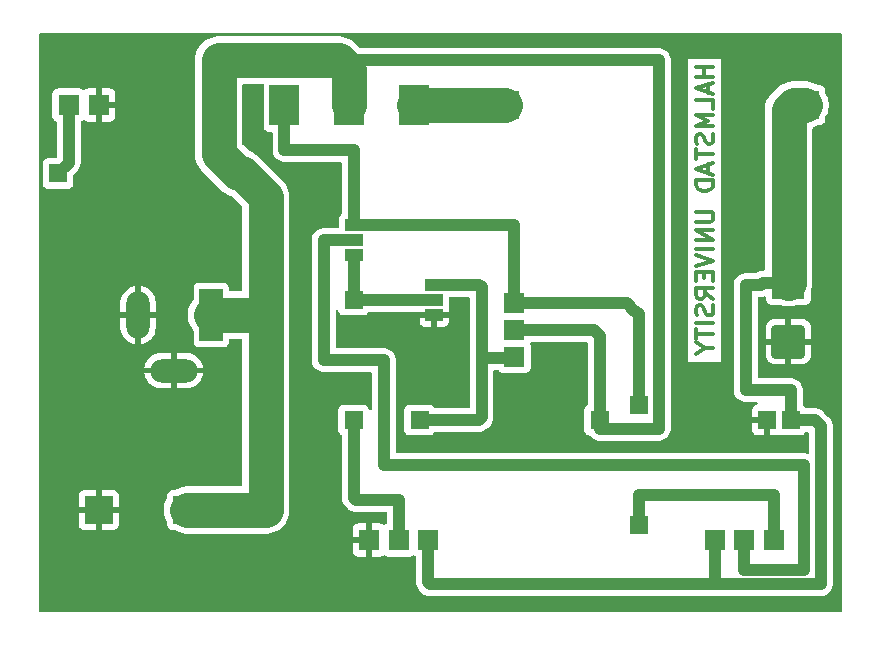
<source format=gbr>
%TF.GenerationSoftware,KiCad,Pcbnew,9.0.1*%
%TF.CreationDate,2025-04-21T17:26:17+02:00*%
%TF.ProjectId,TIP3055VariablePowerSupply,54495033-3035-4355-9661-726961626c65,rev?*%
%TF.SameCoordinates,Original*%
%TF.FileFunction,Copper,L2,Bot*%
%TF.FilePolarity,Positive*%
%FSLAX46Y46*%
G04 Gerber Fmt 4.6, Leading zero omitted, Abs format (unit mm)*
G04 Created by KiCad (PCBNEW 9.0.1) date 2025-04-21 17:26:17*
%MOMM*%
%LPD*%
G01*
G04 APERTURE LIST*
G04 Aperture macros list*
%AMRoundRect*
0 Rectangle with rounded corners*
0 $1 Rounding radius*
0 $2 $3 $4 $5 $6 $7 $8 $9 X,Y pos of 4 corners*
0 Add a 4 corners polygon primitive as box body*
4,1,4,$2,$3,$4,$5,$6,$7,$8,$9,$2,$3,0*
0 Add four circle primitives for the rounded corners*
1,1,$1+$1,$2,$3*
1,1,$1+$1,$4,$5*
1,1,$1+$1,$6,$7*
1,1,$1+$1,$8,$9*
0 Add four rect primitives between the rounded corners*
20,1,$1+$1,$2,$3,$4,$5,0*
20,1,$1+$1,$4,$5,$6,$7,0*
20,1,$1+$1,$6,$7,$8,$9,0*
20,1,$1+$1,$8,$9,$2,$3,0*%
G04 Aperture macros list end*
%ADD10C,0.300000*%
%TA.AperFunction,NonConductor*%
%ADD11C,0.300000*%
%TD*%
%TA.AperFunction,ComponentPad*%
%ADD12R,1.800000X1.800000*%
%TD*%
%TA.AperFunction,ComponentPad*%
%ADD13R,1.600000X1.600000*%
%TD*%
%TA.AperFunction,ComponentPad*%
%ADD14R,2.400000X2.400000*%
%TD*%
%TA.AperFunction,ComponentPad*%
%ADD15R,2.000000X4.500000*%
%TD*%
%TA.AperFunction,ComponentPad*%
%ADD16O,2.000000X4.000000*%
%TD*%
%TA.AperFunction,ComponentPad*%
%ADD17O,4.000000X2.000000*%
%TD*%
%TA.AperFunction,ComponentPad*%
%ADD18R,1.800000X1.710000*%
%TD*%
%TA.AperFunction,ComponentPad*%
%ADD19R,1.500000X1.050000*%
%TD*%
%TA.AperFunction,ComponentPad*%
%ADD20R,2.500000X3.500000*%
%TD*%
%TA.AperFunction,ComponentPad*%
%ADD21RoundRect,0.250001X1.149999X-1.149999X1.149999X1.149999X-1.149999X1.149999X-1.149999X-1.149999X0*%
%TD*%
%TA.AperFunction,ComponentPad*%
%ADD22R,2.800000X2.800000*%
%TD*%
%TA.AperFunction,Conductor*%
%ADD23C,1.000000*%
%TD*%
%TA.AperFunction,Conductor*%
%ADD24C,3.000000*%
%TD*%
G04 APERTURE END LIST*
D10*
D11*
X163630828Y-65324510D02*
X162130828Y-65324510D01*
X162845114Y-65324510D02*
X162845114Y-66181653D01*
X163630828Y-66181653D02*
X162130828Y-66181653D01*
X163202257Y-66824511D02*
X163202257Y-67538797D01*
X163630828Y-66681654D02*
X162130828Y-67181654D01*
X162130828Y-67181654D02*
X163630828Y-67681654D01*
X163630828Y-68895939D02*
X163630828Y-68181653D01*
X163630828Y-68181653D02*
X162130828Y-68181653D01*
X163630828Y-69395939D02*
X162130828Y-69395939D01*
X162130828Y-69395939D02*
X163202257Y-69895939D01*
X163202257Y-69895939D02*
X162130828Y-70395939D01*
X162130828Y-70395939D02*
X163630828Y-70395939D01*
X163559400Y-71038797D02*
X163630828Y-71253083D01*
X163630828Y-71253083D02*
X163630828Y-71610225D01*
X163630828Y-71610225D02*
X163559400Y-71753083D01*
X163559400Y-71753083D02*
X163487971Y-71824511D01*
X163487971Y-71824511D02*
X163345114Y-71895940D01*
X163345114Y-71895940D02*
X163202257Y-71895940D01*
X163202257Y-71895940D02*
X163059400Y-71824511D01*
X163059400Y-71824511D02*
X162987971Y-71753083D01*
X162987971Y-71753083D02*
X162916542Y-71610225D01*
X162916542Y-71610225D02*
X162845114Y-71324511D01*
X162845114Y-71324511D02*
X162773685Y-71181654D01*
X162773685Y-71181654D02*
X162702257Y-71110225D01*
X162702257Y-71110225D02*
X162559400Y-71038797D01*
X162559400Y-71038797D02*
X162416542Y-71038797D01*
X162416542Y-71038797D02*
X162273685Y-71110225D01*
X162273685Y-71110225D02*
X162202257Y-71181654D01*
X162202257Y-71181654D02*
X162130828Y-71324511D01*
X162130828Y-71324511D02*
X162130828Y-71681654D01*
X162130828Y-71681654D02*
X162202257Y-71895940D01*
X162130828Y-72324511D02*
X162130828Y-73181654D01*
X163630828Y-72753082D02*
X162130828Y-72753082D01*
X163202257Y-73610225D02*
X163202257Y-74324511D01*
X163630828Y-73467368D02*
X162130828Y-73967368D01*
X162130828Y-73967368D02*
X163630828Y-74467368D01*
X163630828Y-74967367D02*
X162130828Y-74967367D01*
X162130828Y-74967367D02*
X162130828Y-75324510D01*
X162130828Y-75324510D02*
X162202257Y-75538796D01*
X162202257Y-75538796D02*
X162345114Y-75681653D01*
X162345114Y-75681653D02*
X162487971Y-75753082D01*
X162487971Y-75753082D02*
X162773685Y-75824510D01*
X162773685Y-75824510D02*
X162987971Y-75824510D01*
X162987971Y-75824510D02*
X163273685Y-75753082D01*
X163273685Y-75753082D02*
X163416542Y-75681653D01*
X163416542Y-75681653D02*
X163559400Y-75538796D01*
X163559400Y-75538796D02*
X163630828Y-75324510D01*
X163630828Y-75324510D02*
X163630828Y-74967367D01*
X162130828Y-77610224D02*
X163345114Y-77610224D01*
X163345114Y-77610224D02*
X163487971Y-77681653D01*
X163487971Y-77681653D02*
X163559400Y-77753082D01*
X163559400Y-77753082D02*
X163630828Y-77895939D01*
X163630828Y-77895939D02*
X163630828Y-78181653D01*
X163630828Y-78181653D02*
X163559400Y-78324510D01*
X163559400Y-78324510D02*
X163487971Y-78395939D01*
X163487971Y-78395939D02*
X163345114Y-78467367D01*
X163345114Y-78467367D02*
X162130828Y-78467367D01*
X163630828Y-79181653D02*
X162130828Y-79181653D01*
X162130828Y-79181653D02*
X163630828Y-80038796D01*
X163630828Y-80038796D02*
X162130828Y-80038796D01*
X163630828Y-80753082D02*
X162130828Y-80753082D01*
X162130828Y-81253083D02*
X163630828Y-81753083D01*
X163630828Y-81753083D02*
X162130828Y-82253083D01*
X162845114Y-82753082D02*
X162845114Y-83253082D01*
X163630828Y-83467368D02*
X163630828Y-82753082D01*
X163630828Y-82753082D02*
X162130828Y-82753082D01*
X162130828Y-82753082D02*
X162130828Y-83467368D01*
X163630828Y-84967368D02*
X162916542Y-84467368D01*
X163630828Y-84110225D02*
X162130828Y-84110225D01*
X162130828Y-84110225D02*
X162130828Y-84681654D01*
X162130828Y-84681654D02*
X162202257Y-84824511D01*
X162202257Y-84824511D02*
X162273685Y-84895940D01*
X162273685Y-84895940D02*
X162416542Y-84967368D01*
X162416542Y-84967368D02*
X162630828Y-84967368D01*
X162630828Y-84967368D02*
X162773685Y-84895940D01*
X162773685Y-84895940D02*
X162845114Y-84824511D01*
X162845114Y-84824511D02*
X162916542Y-84681654D01*
X162916542Y-84681654D02*
X162916542Y-84110225D01*
X163559400Y-85538797D02*
X163630828Y-85753083D01*
X163630828Y-85753083D02*
X163630828Y-86110225D01*
X163630828Y-86110225D02*
X163559400Y-86253083D01*
X163559400Y-86253083D02*
X163487971Y-86324511D01*
X163487971Y-86324511D02*
X163345114Y-86395940D01*
X163345114Y-86395940D02*
X163202257Y-86395940D01*
X163202257Y-86395940D02*
X163059400Y-86324511D01*
X163059400Y-86324511D02*
X162987971Y-86253083D01*
X162987971Y-86253083D02*
X162916542Y-86110225D01*
X162916542Y-86110225D02*
X162845114Y-85824511D01*
X162845114Y-85824511D02*
X162773685Y-85681654D01*
X162773685Y-85681654D02*
X162702257Y-85610225D01*
X162702257Y-85610225D02*
X162559400Y-85538797D01*
X162559400Y-85538797D02*
X162416542Y-85538797D01*
X162416542Y-85538797D02*
X162273685Y-85610225D01*
X162273685Y-85610225D02*
X162202257Y-85681654D01*
X162202257Y-85681654D02*
X162130828Y-85824511D01*
X162130828Y-85824511D02*
X162130828Y-86181654D01*
X162130828Y-86181654D02*
X162202257Y-86395940D01*
X163630828Y-87038796D02*
X162130828Y-87038796D01*
X162130828Y-87538797D02*
X162130828Y-88395940D01*
X163630828Y-87967368D02*
X162130828Y-87967368D01*
X162916542Y-89181654D02*
X163630828Y-89181654D01*
X162130828Y-88681654D02*
X162916542Y-89181654D01*
X162916542Y-89181654D02*
X162130828Y-89681654D01*
D12*
%TO.P,RV1,3,3*%
%TO.N,Net-(R3-Pad2)*%
X168732755Y-105410000D03*
%TO.P,RV1,2,2*%
%TO.N,Net-(Q2-B)*%
X166232755Y-105410000D03*
%TO.P,RV1,1,1*%
%TO.N,Net-(J2-Pin_2)*%
X163732755Y-105410000D03*
%TD*%
%TO.P,RV2,3,3*%
%TO.N,Net-(J2-Pin_2)*%
X139482755Y-105410000D03*
%TO.P,RV2,2,2*%
%TO.N,Net-(R4-Pad2)*%
X136982755Y-105410000D03*
%TO.P,RV2,1,1*%
%TO.N,GND*%
X134482755Y-105410000D03*
%TD*%
D13*
%TO.P,R3,1*%
%TO.N,Net-(Q1-E)*%
X157302755Y-93980000D03*
%TO.P,R3,2*%
%TO.N,Net-(R3-Pad2)*%
X157302755Y-104140000D03*
%TD*%
%TO.P,R2,1*%
%TO.N,+24V*%
X154000000Y-95250000D03*
%TO.P,R2,2*%
%TO.N,Net-(Q1-B)*%
X138760000Y-95250000D03*
%TD*%
%TO.P,R1,2*%
%TO.N,Net-(D1-A)*%
X108142755Y-74370000D03*
%TO.P,R1,1*%
%TO.N,+24V*%
X123382755Y-74370000D03*
%TD*%
D14*
%TO.P,C1,1*%
%TO.N,+24V*%
X119082755Y-102870000D03*
%TO.P,C1,2*%
%TO.N,GND*%
X111582755Y-102870000D03*
%TD*%
D15*
%TO.P,J1,1*%
%TO.N,+24V*%
X121122755Y-86360000D03*
D16*
%TO.P,J1,2*%
%TO.N,GND*%
X114922755Y-86360000D03*
D17*
%TO.P,J1,3*%
X117922755Y-91060000D03*
%TD*%
D18*
%TO.P,Q1,3,B*%
%TO.N,Net-(Q1-B)*%
X146767755Y-89915000D03*
%TO.P,Q1,2,C*%
%TO.N,+24V*%
X146767755Y-87635000D03*
%TO.P,Q1,1,E*%
%TO.N,Net-(Q1-E)*%
X146767755Y-85355000D03*
%TD*%
D19*
%TO.P,Q2,3,C*%
%TO.N,Net-(Q2-C)*%
X133172755Y-81280000D03*
%TO.P,Q2,2,B*%
%TO.N,Net-(Q2-B)*%
X133172755Y-80010000D03*
%TO.P,Q2,1,E*%
%TO.N,Net-(Q1-E)*%
X133172755Y-78740000D03*
%TD*%
D20*
%TO.P,Q4,3,E*%
%TO.N,Net-(Q4-E)*%
X138252755Y-68580000D03*
%TO.P,Q4,2,C*%
%TO.N,+24V*%
X132777755Y-68580000D03*
%TO.P,Q4,1,B*%
%TO.N,Net-(Q1-E)*%
X127302755Y-68580000D03*
%TD*%
D14*
%TO.P,R5,2*%
%TO.N,Net-(J2-Pin_2)*%
X171400000Y-68580000D03*
%TO.P,R5,1*%
%TO.N,Net-(Q4-E)*%
X146000000Y-68580000D03*
%TD*%
D13*
%TO.P,C2,2*%
%TO.N,GND*%
X168180000Y-95250000D03*
%TO.P,C2,1*%
%TO.N,Net-(J2-Pin_2)*%
X170180000Y-95250000D03*
%TD*%
D19*
%TO.P,Q3,3,C*%
%TO.N,Net-(Q1-B)*%
X140000000Y-83820000D03*
%TO.P,Q3,2,B*%
%TO.N,Net-(Q2-C)*%
X140000000Y-85090000D03*
%TO.P,Q3,1,E*%
%TO.N,GND*%
X140000000Y-86360000D03*
%TD*%
D12*
%TO.P,D1,2,A*%
%TO.N,Net-(D1-A)*%
X109042755Y-68580000D03*
%TO.P,D1,1,K*%
%TO.N,GND*%
X111582755Y-68580000D03*
%TD*%
D13*
%TO.P,R4,2*%
%TO.N,Net-(R4-Pad2)*%
X133172755Y-95250000D03*
%TO.P,R4,1*%
%TO.N,Net-(Q2-C)*%
X133172755Y-85090000D03*
%TD*%
D21*
%TO.P,J2,1,Pin_1*%
%TO.N,GND*%
X169970255Y-88610000D03*
D22*
%TO.P,J2,2,Pin_2*%
%TO.N,Net-(J2-Pin_2)*%
X169970255Y-83610000D03*
%TD*%
D23*
%TO.N,Net-(J2-Pin_2)*%
X167850000Y-83610000D02*
X169970255Y-83610000D01*
X167640000Y-83820000D02*
X167850000Y-83610000D01*
X166370000Y-83820000D02*
X167640000Y-83820000D01*
X170180000Y-92710000D02*
X166370000Y-92710000D01*
X166370000Y-92710000D02*
X166370000Y-83820000D01*
X170180000Y-95250000D02*
X170180000Y-92710000D01*
X172720000Y-95742490D02*
X172227510Y-95250000D01*
X172227510Y-95250000D02*
X170180000Y-95250000D01*
X172720000Y-109151000D02*
X172720000Y-95742490D01*
X164000000Y-109151000D02*
X172720000Y-109151000D01*
D24*
%TO.N,Net-(Q4-E)*%
X138252755Y-68580000D02*
X146000000Y-68580000D01*
D23*
%TO.N,Net-(Q1-E)*%
X156942755Y-86000000D02*
X157000000Y-86000000D01*
X157000000Y-86000000D02*
X157302755Y-86302755D01*
X157302755Y-86302755D02*
X157302755Y-93980000D01*
X156297755Y-85355000D02*
X156942755Y-86000000D01*
X146767755Y-85355000D02*
X156297755Y-85355000D01*
%TO.N,+24V*%
X154000000Y-96000000D02*
X159000000Y-96000000D01*
X159000000Y-96000000D02*
X159000000Y-64770000D01*
X159000000Y-64770000D02*
X131902755Y-64770000D01*
X154000000Y-95250000D02*
X154000000Y-96000000D01*
X154000000Y-88137245D02*
X154000000Y-95250000D01*
X153492755Y-87630000D02*
X154000000Y-88137245D01*
%TO.N,Net-(Q1-B)*%
X144000000Y-95000000D02*
X144000000Y-90000000D01*
X143750000Y-95250000D02*
X144000000Y-95000000D01*
%TO.N,+24V*%
X152232755Y-87630000D02*
X153492755Y-87630000D01*
%TO.N,Net-(Q1-B)*%
X138760000Y-95250000D02*
X143750000Y-95250000D01*
%TO.N,+24V*%
X146767755Y-87635000D02*
X152227755Y-87635000D01*
X152227755Y-87635000D02*
X152232755Y-87630000D01*
%TO.N,Net-(Q1-B)*%
X144000000Y-90000000D02*
X146682755Y-90000000D01*
X144000000Y-84000000D02*
X144000000Y-90000000D01*
X143820000Y-83820000D02*
X144000000Y-84000000D01*
X140000000Y-83820000D02*
X143820000Y-83820000D01*
X146682755Y-90000000D02*
X146767755Y-89915000D01*
%TO.N,Net-(Q2-C)*%
X133172755Y-85090000D02*
X140000000Y-85090000D01*
%TO.N,Net-(J2-Pin_2)*%
X163732755Y-105410000D02*
X163732755Y-108883755D01*
X164000000Y-109151000D02*
X139633755Y-109151000D01*
X163732755Y-108883755D02*
X164000000Y-109151000D01*
%TO.N,Net-(Q2-B)*%
X130632755Y-80010000D02*
X133172755Y-80010000D01*
X171272755Y-99060000D02*
X135712755Y-99060000D01*
X171272755Y-107950000D02*
X171272755Y-99060000D01*
X166232755Y-107950000D02*
X171272755Y-107950000D01*
X135712755Y-99060000D02*
X135712755Y-90170000D01*
X130632755Y-90170000D02*
X130632755Y-80010000D01*
X166232755Y-105410000D02*
X166232755Y-107950000D01*
X135712755Y-90170000D02*
X130632755Y-90170000D01*
%TO.N,Net-(R4-Pad2)*%
X136982755Y-103017245D02*
X136982755Y-105410000D01*
X137000000Y-102000000D02*
X137000000Y-103000000D01*
X133345510Y-102000000D02*
X137000000Y-102000000D01*
X137000000Y-103000000D02*
X136982755Y-103017245D01*
X133172755Y-101827245D02*
X133345510Y-102000000D01*
X133172755Y-95250000D02*
X133172755Y-101827245D01*
%TO.N,Net-(R3-Pad2)*%
X168732755Y-101600000D02*
X168732755Y-105410000D01*
X157302755Y-101600000D02*
X168732755Y-101600000D01*
X157302755Y-104140000D02*
X157302755Y-101600000D01*
D24*
%TO.N,+24V*%
X121122755Y-86360000D02*
X125732755Y-86360000D01*
X125732755Y-86360000D02*
X125732755Y-76380000D01*
X123722755Y-74370000D02*
X123382755Y-74370000D01*
X125732755Y-76380000D02*
X123722755Y-74370000D01*
X125732755Y-102870000D02*
X125732755Y-86360000D01*
X119082755Y-102870000D02*
X125732755Y-102870000D01*
D23*
%TO.N,Net-(D1-A)*%
X109042755Y-73470000D02*
X108142755Y-74370000D01*
X109042755Y-68580000D02*
X109042755Y-73470000D01*
%TO.N,Net-(Q1-E)*%
X146767755Y-78740000D02*
X146767755Y-85355000D01*
X133172755Y-78740000D02*
X146767755Y-78740000D01*
X133172755Y-72390000D02*
X133172755Y-78740000D01*
X127302755Y-68580000D02*
X127302755Y-72390000D01*
X127302755Y-72390000D02*
X133172755Y-72390000D01*
%TO.N,Net-(Q2-C)*%
X133172755Y-81280000D02*
X133172755Y-85090000D01*
D24*
%TO.N,+24V*%
X121742755Y-64770000D02*
X121742755Y-72730000D01*
X131902755Y-64770000D02*
X121742755Y-64770000D01*
X132777755Y-65645000D02*
X131902755Y-64770000D01*
X132777755Y-68580000D02*
X132777755Y-65645000D01*
X121742755Y-72730000D02*
X123382755Y-74370000D01*
D23*
%TO.N,Net-(J2-Pin_2)*%
X139633755Y-109151000D02*
X139482755Y-109000000D01*
X139482755Y-109000000D02*
X139482755Y-105410000D01*
D24*
X170000000Y-83610000D02*
X169970255Y-83610000D01*
X170420000Y-68580000D02*
X170000000Y-69000000D01*
X170000000Y-69000000D02*
X170000000Y-83610000D01*
X171400000Y-68580000D02*
X170420000Y-68580000D01*
%TD*%
%TA.AperFunction,Conductor*%
%TO.N,GND*%
G36*
X174442539Y-62520185D02*
G01*
X174488294Y-62572989D01*
X174499500Y-62624500D01*
X174499500Y-111375500D01*
X174479815Y-111442539D01*
X174427011Y-111488294D01*
X174375500Y-111499500D01*
X106624500Y-111499500D01*
X106557461Y-111479815D01*
X106511706Y-111427011D01*
X106500500Y-111375500D01*
X106500500Y-101622155D01*
X109882755Y-101622155D01*
X109882755Y-102620000D01*
X111034273Y-102620000D01*
X111023644Y-102638409D01*
X110982755Y-102791009D01*
X110982755Y-102948991D01*
X111023644Y-103101591D01*
X111034273Y-103120000D01*
X109882755Y-103120000D01*
X109882755Y-104117844D01*
X109889156Y-104177372D01*
X109889158Y-104177379D01*
X109939400Y-104312086D01*
X109939404Y-104312093D01*
X110025564Y-104427187D01*
X110025567Y-104427190D01*
X110140661Y-104513350D01*
X110140668Y-104513354D01*
X110275375Y-104563596D01*
X110275382Y-104563598D01*
X110334910Y-104569999D01*
X110334927Y-104570000D01*
X111332755Y-104570000D01*
X111332755Y-103418482D01*
X111351164Y-103429111D01*
X111503764Y-103470000D01*
X111661746Y-103470000D01*
X111814346Y-103429111D01*
X111832755Y-103418482D01*
X111832755Y-104570000D01*
X112830583Y-104570000D01*
X112830599Y-104569999D01*
X112890127Y-104563598D01*
X112890134Y-104563596D01*
X113024841Y-104513354D01*
X113024848Y-104513350D01*
X113139942Y-104427190D01*
X113139945Y-104427187D01*
X113226105Y-104312093D01*
X113226109Y-104312086D01*
X113276351Y-104177379D01*
X113276353Y-104177372D01*
X113282754Y-104117844D01*
X113282755Y-104117827D01*
X113282755Y-103120000D01*
X112131237Y-103120000D01*
X112141866Y-103101591D01*
X112182755Y-102948991D01*
X112182755Y-102791009D01*
X112168785Y-102738872D01*
X117082255Y-102738872D01*
X117082255Y-103001127D01*
X117106495Y-103185236D01*
X117116485Y-103261116D01*
X117161499Y-103429111D01*
X117184357Y-103514418D01*
X117184360Y-103514428D01*
X117284708Y-103756690D01*
X117284713Y-103756700D01*
X117365642Y-103896873D01*
X117382255Y-103958872D01*
X117382255Y-104117869D01*
X117382256Y-104117876D01*
X117388663Y-104177483D01*
X117438957Y-104312328D01*
X117438961Y-104312335D01*
X117525207Y-104427544D01*
X117525210Y-104427547D01*
X117640419Y-104513793D01*
X117640426Y-104513797D01*
X117685373Y-104530561D01*
X117775272Y-104564091D01*
X117834882Y-104570500D01*
X117993880Y-104570499D01*
X118055881Y-104587112D01*
X118196050Y-104668039D01*
X118196055Y-104668041D01*
X118196058Y-104668043D01*
X118438336Y-104768398D01*
X118691639Y-104836270D01*
X118951635Y-104870500D01*
X118951642Y-104870500D01*
X125863868Y-104870500D01*
X125863875Y-104870500D01*
X126123871Y-104836270D01*
X126377174Y-104768398D01*
X126619452Y-104668043D01*
X126846558Y-104536924D01*
X127054606Y-104377282D01*
X127054610Y-104377277D01*
X127054615Y-104377274D01*
X127240029Y-104191860D01*
X127240032Y-104191855D01*
X127240037Y-104191851D01*
X127399679Y-103983803D01*
X127530798Y-103756697D01*
X127631153Y-103514419D01*
X127699025Y-103261116D01*
X127733255Y-103001120D01*
X127733255Y-86228880D01*
X127733255Y-76248880D01*
X127705350Y-76036923D01*
X127699026Y-75988884D01*
X127631153Y-75735581D01*
X127530798Y-75493303D01*
X127525313Y-75483802D01*
X127399679Y-75266197D01*
X127297725Y-75133329D01*
X127297725Y-75133328D01*
X127297723Y-75133327D01*
X127240037Y-75058148D01*
X127240033Y-75058143D01*
X125044611Y-72862721D01*
X125044604Y-72862715D01*
X124926886Y-72772388D01*
X124926885Y-72772387D01*
X124836558Y-72703075D01*
X124609455Y-72571958D01*
X124609445Y-72571953D01*
X124367183Y-72471605D01*
X124367172Y-72471601D01*
X124359325Y-72469499D01*
X124359325Y-72469498D01*
X124325931Y-72460550D01*
X124325913Y-72460539D01*
X124270346Y-72428457D01*
X123779574Y-71937685D01*
X123746089Y-71876362D01*
X123743255Y-71850004D01*
X123743255Y-66894500D01*
X123762940Y-66827461D01*
X123815744Y-66781706D01*
X123867255Y-66770500D01*
X125428255Y-66770500D01*
X125495294Y-66790185D01*
X125541049Y-66842989D01*
X125552255Y-66894500D01*
X125552255Y-70377870D01*
X125552256Y-70377876D01*
X125558663Y-70437483D01*
X125608957Y-70572328D01*
X125608961Y-70572335D01*
X125695207Y-70687544D01*
X125695210Y-70687547D01*
X125810419Y-70773793D01*
X125810426Y-70773797D01*
X125855373Y-70790561D01*
X125945272Y-70824091D01*
X126004882Y-70830500D01*
X126178255Y-70830499D01*
X126245294Y-70850183D01*
X126291049Y-70902987D01*
X126302255Y-70954499D01*
X126302255Y-72291459D01*
X126302255Y-72488541D01*
X126302255Y-72488543D01*
X126302254Y-72488543D01*
X126340702Y-72681829D01*
X126340705Y-72681839D01*
X126416119Y-72863907D01*
X126416126Y-72863920D01*
X126525615Y-73027781D01*
X126525618Y-73027785D01*
X126664969Y-73167136D01*
X126664973Y-73167139D01*
X126828834Y-73276628D01*
X126828847Y-73276635D01*
X127010915Y-73352049D01*
X127010920Y-73352051D01*
X127010924Y-73352051D01*
X127010925Y-73352052D01*
X127204211Y-73390500D01*
X127204214Y-73390500D01*
X132048255Y-73390500D01*
X132115294Y-73410185D01*
X132161049Y-73462989D01*
X132172255Y-73514500D01*
X132172255Y-77715249D01*
X132152570Y-77782288D01*
X132122567Y-77814515D01*
X132065212Y-77857451D01*
X132065206Y-77857457D01*
X131978961Y-77972664D01*
X131978957Y-77972671D01*
X131928663Y-78107517D01*
X131922256Y-78167116D01*
X131922255Y-78167135D01*
X131922256Y-78885500D01*
X131902572Y-78952539D01*
X131849768Y-78998294D01*
X131798256Y-79009500D01*
X130534212Y-79009500D01*
X130340925Y-79047947D01*
X130340915Y-79047950D01*
X130158847Y-79123364D01*
X130158834Y-79123371D01*
X129994973Y-79232860D01*
X129994969Y-79232863D01*
X129855618Y-79372214D01*
X129855615Y-79372218D01*
X129746126Y-79536079D01*
X129746119Y-79536092D01*
X129670705Y-79718160D01*
X129670702Y-79718170D01*
X129632255Y-79911456D01*
X129632255Y-79911459D01*
X129632255Y-90071459D01*
X129632255Y-90268541D01*
X129632255Y-90268543D01*
X129632254Y-90268543D01*
X129670702Y-90461829D01*
X129670705Y-90461839D01*
X129746119Y-90643907D01*
X129746126Y-90643920D01*
X129855615Y-90807781D01*
X129855618Y-90807785D01*
X129994969Y-90947136D01*
X129994973Y-90947139D01*
X130158834Y-91056628D01*
X130158847Y-91056635D01*
X130280086Y-91106853D01*
X130340920Y-91132051D01*
X130340924Y-91132051D01*
X130340925Y-91132052D01*
X130534211Y-91170500D01*
X130534214Y-91170500D01*
X134588255Y-91170500D01*
X134655294Y-91190185D01*
X134701049Y-91242989D01*
X134712255Y-91294500D01*
X134712255Y-94317099D01*
X134692570Y-94384138D01*
X134639766Y-94429893D01*
X134570608Y-94439837D01*
X134507052Y-94410812D01*
X134469278Y-94352034D01*
X134467579Y-94345616D01*
X134466847Y-94342520D01*
X134454732Y-94310039D01*
X134450810Y-94299522D01*
X134416552Y-94207671D01*
X134416548Y-94207664D01*
X134330302Y-94092455D01*
X134330299Y-94092452D01*
X134215090Y-94006206D01*
X134215083Y-94006202D01*
X134080237Y-93955908D01*
X134080238Y-93955908D01*
X134020638Y-93949501D01*
X134020636Y-93949500D01*
X134020628Y-93949500D01*
X134020619Y-93949500D01*
X132324884Y-93949500D01*
X132324878Y-93949501D01*
X132265271Y-93955908D01*
X132130426Y-94006202D01*
X132130419Y-94006206D01*
X132015210Y-94092452D01*
X132015207Y-94092455D01*
X131928961Y-94207664D01*
X131928957Y-94207671D01*
X131878663Y-94342517D01*
X131874189Y-94384138D01*
X131872256Y-94402123D01*
X131872255Y-94402135D01*
X131872255Y-96097870D01*
X131872256Y-96097876D01*
X131878663Y-96157483D01*
X131928957Y-96292328D01*
X131928961Y-96292335D01*
X131990471Y-96374500D01*
X132015209Y-96407546D01*
X132122566Y-96487914D01*
X132164437Y-96543847D01*
X132172255Y-96587180D01*
X132172255Y-101925786D01*
X132172255Y-101925788D01*
X132172254Y-101925788D01*
X132210702Y-102119074D01*
X132210705Y-102119084D01*
X132286119Y-102301152D01*
X132286126Y-102301165D01*
X132395614Y-102465025D01*
X132395615Y-102465026D01*
X132395616Y-102465027D01*
X132534973Y-102604384D01*
X132534974Y-102604385D01*
X132568370Y-102637780D01*
X132568371Y-102637782D01*
X132655089Y-102724500D01*
X132707729Y-102777140D01*
X132798445Y-102837754D01*
X132871596Y-102886632D01*
X132949028Y-102918705D01*
X133053674Y-102962051D01*
X133246964Y-103000499D01*
X133246967Y-103000500D01*
X133246969Y-103000500D01*
X133444050Y-103000500D01*
X135858255Y-103000500D01*
X135925294Y-103020185D01*
X135971049Y-103072989D01*
X135982255Y-103124500D01*
X135982255Y-103927209D01*
X135978059Y-103941496D01*
X135978777Y-103956370D01*
X135968414Y-103974343D01*
X135962570Y-103994248D01*
X135950728Y-104005019D01*
X135943879Y-104016900D01*
X135923930Y-104029395D01*
X135915142Y-104037390D01*
X135908541Y-104040797D01*
X135840424Y-104066204D01*
X135798396Y-104097665D01*
X135789225Y-104102401D01*
X135764641Y-104107154D01*
X135741183Y-104115904D01*
X135730929Y-104113673D01*
X135720626Y-104115666D01*
X135697375Y-104106374D01*
X135672910Y-104101052D01*
X135658028Y-104091488D01*
X135624843Y-104066646D01*
X135624841Y-104066645D01*
X135490134Y-104016403D01*
X135490127Y-104016401D01*
X135430599Y-104010000D01*
X134732755Y-104010000D01*
X134732755Y-104976988D01*
X134675748Y-104944075D01*
X134548581Y-104910000D01*
X134416929Y-104910000D01*
X134289762Y-104944075D01*
X134232755Y-104976988D01*
X134232755Y-104010000D01*
X133534910Y-104010000D01*
X133475382Y-104016401D01*
X133475375Y-104016403D01*
X133340668Y-104066645D01*
X133340661Y-104066649D01*
X133225567Y-104152809D01*
X133225564Y-104152812D01*
X133139404Y-104267906D01*
X133139400Y-104267913D01*
X133089158Y-104402620D01*
X133089156Y-104402627D01*
X133082755Y-104462155D01*
X133082755Y-105160000D01*
X134049743Y-105160000D01*
X134016830Y-105217007D01*
X133982755Y-105344174D01*
X133982755Y-105475826D01*
X134016830Y-105602993D01*
X134049743Y-105660000D01*
X133082755Y-105660000D01*
X133082755Y-106357844D01*
X133089156Y-106417372D01*
X133089158Y-106417379D01*
X133139400Y-106552086D01*
X133139404Y-106552093D01*
X133225564Y-106667187D01*
X133225567Y-106667190D01*
X133340661Y-106753350D01*
X133340668Y-106753354D01*
X133475375Y-106803596D01*
X133475382Y-106803598D01*
X133534910Y-106809999D01*
X133534927Y-106810000D01*
X134232755Y-106810000D01*
X134232755Y-105843012D01*
X134289762Y-105875925D01*
X134416929Y-105910000D01*
X134548581Y-105910000D01*
X134675748Y-105875925D01*
X134732755Y-105843012D01*
X134732755Y-106810000D01*
X135430583Y-106810000D01*
X135430599Y-106809999D01*
X135490127Y-106803598D01*
X135490131Y-106803597D01*
X135624845Y-106753351D01*
X135658026Y-106728512D01*
X135723489Y-106704094D01*
X135791763Y-106718945D01*
X135806639Y-106728504D01*
X135840424Y-106753796D01*
X135840427Y-106753797D01*
X135975272Y-106804091D01*
X135975271Y-106804091D01*
X135982199Y-106804835D01*
X136034882Y-106810500D01*
X137930627Y-106810499D01*
X137990238Y-106804091D01*
X138054840Y-106779996D01*
X138125084Y-106753797D01*
X138125084Y-106753796D01*
X138125086Y-106753796D01*
X138158444Y-106728823D01*
X138223906Y-106704406D01*
X138289575Y-106717874D01*
X138298774Y-106722616D01*
X138340424Y-106753796D01*
X138408516Y-106779192D01*
X138415075Y-106782574D01*
X138435228Y-106801790D01*
X138457521Y-106818478D01*
X138460165Y-106825568D01*
X138465642Y-106830790D01*
X138472207Y-106857851D01*
X138481939Y-106883942D01*
X138482255Y-106892790D01*
X138482255Y-109098541D01*
X138482255Y-109098543D01*
X138482254Y-109098543D01*
X138520702Y-109291829D01*
X138520705Y-109291839D01*
X138596119Y-109473907D01*
X138596126Y-109473920D01*
X138705614Y-109637780D01*
X138705615Y-109637781D01*
X138705616Y-109637782D01*
X138844973Y-109777139D01*
X138844974Y-109777140D01*
X138856615Y-109788780D01*
X138856616Y-109788782D01*
X138995970Y-109928136D01*
X138995974Y-109928140D01*
X139159834Y-110037628D01*
X139159847Y-110037635D01*
X139288588Y-110090961D01*
X139331499Y-110108735D01*
X139341919Y-110113051D01*
X139438567Y-110132275D01*
X139486890Y-110141887D01*
X139535213Y-110151500D01*
X139535214Y-110151500D01*
X139535215Y-110151500D01*
X139732295Y-110151500D01*
X163901455Y-110151500D01*
X163901460Y-110151501D01*
X164098541Y-110151501D01*
X164098546Y-110151500D01*
X172621459Y-110151500D01*
X172818541Y-110151500D01*
X172818543Y-110151500D01*
X172948582Y-110125632D01*
X173011835Y-110113051D01*
X173193914Y-110037632D01*
X173357782Y-109928139D01*
X173497139Y-109788782D01*
X173606632Y-109624914D01*
X173682051Y-109442835D01*
X173694632Y-109379582D01*
X173720500Y-109249543D01*
X173720500Y-95643946D01*
X173682052Y-95450660D01*
X173682051Y-95450659D01*
X173682051Y-95450655D01*
X173650300Y-95374000D01*
X173606635Y-95268582D01*
X173606628Y-95268569D01*
X173497139Y-95104708D01*
X173497136Y-95104704D01*
X173354686Y-94962254D01*
X173354655Y-94962225D01*
X173008989Y-94616559D01*
X173008969Y-94616537D01*
X172865295Y-94472863D01*
X172865291Y-94472860D01*
X172701430Y-94363371D01*
X172701421Y-94363366D01*
X172628825Y-94333296D01*
X172572675Y-94310038D01*
X172519346Y-94287949D01*
X172519342Y-94287948D01*
X172519338Y-94287946D01*
X172422698Y-94268724D01*
X172326054Y-94249500D01*
X172326051Y-94249500D01*
X171517180Y-94249500D01*
X171450141Y-94229815D01*
X171417913Y-94199811D01*
X171412469Y-94192539D01*
X171337546Y-94092454D01*
X171337545Y-94092453D01*
X171230188Y-94012085D01*
X171188318Y-93956151D01*
X171180500Y-93912819D01*
X171180500Y-92611456D01*
X171142052Y-92418170D01*
X171142051Y-92418169D01*
X171142051Y-92418165D01*
X171142049Y-92418160D01*
X171066635Y-92236092D01*
X171066628Y-92236079D01*
X170957139Y-92072218D01*
X170957136Y-92072214D01*
X170817785Y-91932863D01*
X170817781Y-91932860D01*
X170653920Y-91823371D01*
X170653907Y-91823364D01*
X170471839Y-91747950D01*
X170471829Y-91747947D01*
X170278543Y-91709500D01*
X170278541Y-91709500D01*
X167494500Y-91709500D01*
X167427461Y-91689815D01*
X167381706Y-91637011D01*
X167370500Y-91585500D01*
X167370500Y-87410014D01*
X168070255Y-87410014D01*
X168070255Y-88360000D01*
X169370254Y-88360000D01*
X169345234Y-88420402D01*
X169320255Y-88545981D01*
X169320255Y-88674019D01*
X169345234Y-88799598D01*
X169370254Y-88860000D01*
X168070255Y-88860000D01*
X168070255Y-89809985D01*
X168080748Y-89912689D01*
X168080749Y-89912696D01*
X168135894Y-90079112D01*
X168135898Y-90079123D01*
X168227939Y-90228344D01*
X168351910Y-90352315D01*
X168501131Y-90444356D01*
X168501136Y-90444358D01*
X168667558Y-90499505D01*
X168667565Y-90499506D01*
X168770269Y-90509999D01*
X168770282Y-90510000D01*
X169720255Y-90510000D01*
X169720255Y-89210001D01*
X169780657Y-89235021D01*
X169906236Y-89260000D01*
X170034274Y-89260000D01*
X170159853Y-89235021D01*
X170220255Y-89210001D01*
X170220255Y-90510000D01*
X171170228Y-90510000D01*
X171170240Y-90509999D01*
X171272944Y-90499506D01*
X171272951Y-90499505D01*
X171439373Y-90444358D01*
X171439378Y-90444356D01*
X171588599Y-90352315D01*
X171712570Y-90228344D01*
X171804611Y-90079123D01*
X171804616Y-90079112D01*
X171859760Y-89912696D01*
X171859761Y-89912689D01*
X171870254Y-89809985D01*
X171870255Y-89809972D01*
X171870255Y-88860000D01*
X170570256Y-88860000D01*
X170595276Y-88799598D01*
X170620255Y-88674019D01*
X170620255Y-88545981D01*
X170595276Y-88420402D01*
X170570256Y-88360000D01*
X171870255Y-88360000D01*
X171870255Y-87410027D01*
X171870254Y-87410014D01*
X171859761Y-87307310D01*
X171859760Y-87307303D01*
X171804613Y-87140881D01*
X171804611Y-87140876D01*
X171712570Y-86991655D01*
X171588599Y-86867684D01*
X171439378Y-86775643D01*
X171439373Y-86775641D01*
X171272951Y-86720494D01*
X171272944Y-86720493D01*
X171170240Y-86710000D01*
X170220255Y-86710000D01*
X170220255Y-88009998D01*
X170159853Y-87984979D01*
X170034274Y-87960000D01*
X169906236Y-87960000D01*
X169780657Y-87984979D01*
X169720255Y-88009998D01*
X169720255Y-86710000D01*
X168770269Y-86710000D01*
X168667565Y-86720493D01*
X168667558Y-86720494D01*
X168501136Y-86775641D01*
X168501131Y-86775643D01*
X168351910Y-86867684D01*
X168227939Y-86991655D01*
X168135898Y-87140876D01*
X168135896Y-87140881D01*
X168080749Y-87307303D01*
X168080748Y-87307310D01*
X168070255Y-87410014D01*
X167370500Y-87410014D01*
X167370500Y-84944500D01*
X167390185Y-84877461D01*
X167442989Y-84831706D01*
X167494500Y-84820500D01*
X167738542Y-84820500D01*
X167752347Y-84817753D01*
X167835188Y-84801275D01*
X167921568Y-84784093D01*
X167991157Y-84790322D01*
X168046334Y-84833186D01*
X168069577Y-84899076D01*
X168069755Y-84905710D01*
X168069755Y-85057869D01*
X168069756Y-85057876D01*
X168076163Y-85117483D01*
X168126457Y-85252328D01*
X168126461Y-85252335D01*
X168212707Y-85367544D01*
X168212710Y-85367547D01*
X168327919Y-85453793D01*
X168327926Y-85453797D01*
X168462772Y-85504091D01*
X168462771Y-85504091D01*
X168469699Y-85504835D01*
X168522382Y-85510500D01*
X169317353Y-85510499D01*
X169349446Y-85514724D01*
X169385076Y-85524270D01*
X169579139Y-85576270D01*
X169839135Y-85610500D01*
X169839142Y-85610500D01*
X170131113Y-85610500D01*
X170131120Y-85610500D01*
X170391116Y-85576270D01*
X170590576Y-85522824D01*
X170620809Y-85514724D01*
X170652902Y-85510499D01*
X171418126Y-85510499D01*
X171418127Y-85510499D01*
X171477738Y-85504091D01*
X171612586Y-85453796D01*
X171727801Y-85367546D01*
X171814051Y-85252331D01*
X171864346Y-85117483D01*
X171870755Y-85057873D01*
X171870754Y-84345819D01*
X171880194Y-84298365D01*
X171886969Y-84282011D01*
X171898398Y-84254419D01*
X171966270Y-84001116D01*
X172000500Y-83741120D01*
X172000500Y-70579444D01*
X172020185Y-70512405D01*
X172072989Y-70466650D01*
X172077047Y-70464883D01*
X172143196Y-70437483D01*
X172286697Y-70378043D01*
X172286986Y-70377876D01*
X172426874Y-70297112D01*
X172488874Y-70280499D01*
X172647871Y-70280499D01*
X172647872Y-70280499D01*
X172707483Y-70274091D01*
X172842331Y-70223796D01*
X172957546Y-70137546D01*
X173043796Y-70022331D01*
X173094091Y-69887483D01*
X173100500Y-69827873D01*
X173100499Y-69668872D01*
X173117111Y-69606874D01*
X173198043Y-69466697D01*
X173298398Y-69224419D01*
X173366270Y-68971116D01*
X173400500Y-68711120D01*
X173400500Y-68448880D01*
X173366270Y-68188884D01*
X173298398Y-67935581D01*
X173277943Y-67886199D01*
X173198046Y-67693309D01*
X173198041Y-67693299D01*
X173117112Y-67553125D01*
X173100499Y-67491125D01*
X173100499Y-67332129D01*
X173100498Y-67332123D01*
X173099497Y-67322812D01*
X173094091Y-67272517D01*
X173080546Y-67236202D01*
X173043797Y-67137671D01*
X173043793Y-67137664D01*
X172957547Y-67022455D01*
X172957544Y-67022452D01*
X172842335Y-66936206D01*
X172842328Y-66936202D01*
X172707482Y-66885908D01*
X172707483Y-66885908D01*
X172647883Y-66879501D01*
X172647881Y-66879500D01*
X172647873Y-66879500D01*
X172647865Y-66879500D01*
X172488872Y-66879500D01*
X172426872Y-66862887D01*
X172365512Y-66827461D01*
X172348156Y-66817440D01*
X172286699Y-66781958D01*
X172286690Y-66781953D01*
X172044428Y-66681605D01*
X172044421Y-66681603D01*
X172044419Y-66681602D01*
X171791116Y-66613730D01*
X171733339Y-66606123D01*
X171531127Y-66579500D01*
X171531120Y-66579500D01*
X170288880Y-66579500D01*
X170288872Y-66579500D01*
X170141768Y-66598868D01*
X170141767Y-66598868D01*
X170028886Y-66613728D01*
X169824858Y-66668397D01*
X169824859Y-66668398D01*
X169775580Y-66681602D01*
X169533314Y-66781951D01*
X169533300Y-66781958D01*
X169306191Y-66913079D01*
X169236118Y-66966850D01*
X169236117Y-66966851D01*
X169098150Y-67072715D01*
X169098143Y-67072721D01*
X168492721Y-67678143D01*
X168492715Y-67678150D01*
X168447039Y-67737677D01*
X168333073Y-67886199D01*
X168333072Y-67886201D01*
X168282330Y-67974091D01*
X168282330Y-67974092D01*
X168201958Y-68113299D01*
X168201954Y-68113309D01*
X168101602Y-68355580D01*
X168033728Y-68608887D01*
X168020270Y-68711118D01*
X168020270Y-68711119D01*
X167999500Y-68868872D01*
X167999500Y-82485500D01*
X167998393Y-82489267D01*
X167999267Y-82493095D01*
X167988629Y-82522519D01*
X167979815Y-82552539D01*
X167976848Y-82555109D01*
X167975513Y-82558803D01*
X167950649Y-82577811D01*
X167927011Y-82598294D01*
X167922225Y-82599541D01*
X167920006Y-82601238D01*
X167905093Y-82604006D01*
X167885596Y-82609088D01*
X167880552Y-82609500D01*
X167751459Y-82609500D01*
X167668489Y-82626004D01*
X167661504Y-82627393D01*
X167661496Y-82627394D01*
X167558167Y-82647947D01*
X167558159Y-82647950D01*
X167504834Y-82670037D01*
X167504834Y-82670038D01*
X167459315Y-82688892D01*
X167376089Y-82723366D01*
X167376079Y-82723371D01*
X167263490Y-82798602D01*
X167196813Y-82819480D01*
X167194599Y-82819500D01*
X166271457Y-82819500D01*
X166078170Y-82857947D01*
X166078160Y-82857950D01*
X165896092Y-82933364D01*
X165896079Y-82933371D01*
X165732218Y-83042860D01*
X165732214Y-83042863D01*
X165592863Y-83182214D01*
X165592861Y-83182217D01*
X165483371Y-83346079D01*
X165483364Y-83346092D01*
X165407950Y-83528160D01*
X165407947Y-83528170D01*
X165369500Y-83721456D01*
X165369500Y-83721459D01*
X165369500Y-92808541D01*
X165369500Y-92808543D01*
X165369499Y-92808543D01*
X165407947Y-93001829D01*
X165407950Y-93001839D01*
X165483364Y-93183907D01*
X165483371Y-93183920D01*
X165592860Y-93347781D01*
X165592863Y-93347785D01*
X165732214Y-93487136D01*
X165732218Y-93487139D01*
X165896079Y-93596628D01*
X165896092Y-93596635D01*
X166078160Y-93672049D01*
X166078165Y-93672051D01*
X166078169Y-93672051D01*
X166078170Y-93672052D01*
X166271456Y-93710500D01*
X166271459Y-93710500D01*
X166468541Y-93710500D01*
X167249295Y-93710500D01*
X167316334Y-93730185D01*
X167362089Y-93782989D01*
X167372033Y-93852147D01*
X167343008Y-93915703D01*
X167284230Y-93953477D01*
X167277806Y-93955178D01*
X167272620Y-93956403D01*
X167137913Y-94006645D01*
X167137906Y-94006649D01*
X167022812Y-94092809D01*
X167022809Y-94092812D01*
X166936649Y-94207906D01*
X166936645Y-94207913D01*
X166886403Y-94342620D01*
X166886401Y-94342627D01*
X166880000Y-94402155D01*
X166880000Y-95000000D01*
X167864314Y-95000000D01*
X167859920Y-95004394D01*
X167807259Y-95095606D01*
X167780000Y-95197339D01*
X167780000Y-95302661D01*
X167807259Y-95404394D01*
X167859920Y-95495606D01*
X167864314Y-95500000D01*
X166880000Y-95500000D01*
X166880000Y-96097844D01*
X166886401Y-96157372D01*
X166886403Y-96157379D01*
X166936645Y-96292086D01*
X166936649Y-96292093D01*
X167022809Y-96407187D01*
X167022812Y-96407190D01*
X167137906Y-96493350D01*
X167137913Y-96493354D01*
X167272620Y-96543596D01*
X167272627Y-96543598D01*
X167332155Y-96549999D01*
X167332172Y-96550000D01*
X167930000Y-96550000D01*
X167930000Y-95565686D01*
X167934394Y-95570080D01*
X168025606Y-95622741D01*
X168127339Y-95650000D01*
X168232661Y-95650000D01*
X168334394Y-95622741D01*
X168425606Y-95570080D01*
X168430000Y-95565686D01*
X168430000Y-96550000D01*
X169027828Y-96550000D01*
X169027844Y-96549999D01*
X169087372Y-96543598D01*
X169087375Y-96543597D01*
X169135949Y-96525480D01*
X169205640Y-96520494D01*
X169222610Y-96525477D01*
X169272517Y-96544091D01*
X169332127Y-96550500D01*
X171027872Y-96550499D01*
X171087483Y-96544091D01*
X171222331Y-96493796D01*
X171337546Y-96407546D01*
X171417914Y-96300188D01*
X171421569Y-96297451D01*
X171423467Y-96293297D01*
X171449281Y-96276706D01*
X171473847Y-96258318D01*
X171479476Y-96257302D01*
X171482245Y-96255523D01*
X171517180Y-96250500D01*
X171595500Y-96250500D01*
X171662539Y-96270185D01*
X171708294Y-96322989D01*
X171719500Y-96374500D01*
X171719500Y-97977745D01*
X171699815Y-98044784D01*
X171647011Y-98090539D01*
X171577853Y-98100483D01*
X171570615Y-98098877D01*
X171570564Y-98099137D01*
X171371298Y-98059500D01*
X171371296Y-98059500D01*
X136837255Y-98059500D01*
X136770216Y-98039815D01*
X136724461Y-97987011D01*
X136713255Y-97935500D01*
X136713255Y-90071456D01*
X136674807Y-89878170D01*
X136674806Y-89878169D01*
X136674806Y-89878165D01*
X136632938Y-89777085D01*
X136599390Y-89696092D01*
X136599383Y-89696079D01*
X136489894Y-89532218D01*
X136489891Y-89532214D01*
X136350540Y-89392863D01*
X136350536Y-89392860D01*
X136186675Y-89283371D01*
X136186662Y-89283364D01*
X136004594Y-89207950D01*
X136004584Y-89207947D01*
X135811298Y-89169500D01*
X135811296Y-89169500D01*
X131757255Y-89169500D01*
X131690216Y-89149815D01*
X131644461Y-89097011D01*
X131633255Y-89045500D01*
X131633255Y-86022900D01*
X131652940Y-85955861D01*
X131705744Y-85910106D01*
X131774902Y-85900162D01*
X131838458Y-85929187D01*
X131876232Y-85987965D01*
X131877932Y-85994385D01*
X131878664Y-85997484D01*
X131928957Y-86132328D01*
X131928961Y-86132335D01*
X132015207Y-86247544D01*
X132015210Y-86247547D01*
X132130419Y-86333793D01*
X132130426Y-86333797D01*
X132265272Y-86384091D01*
X132265271Y-86384091D01*
X132272199Y-86384835D01*
X132324882Y-86390500D01*
X134020627Y-86390499D01*
X134080238Y-86384091D01*
X134215086Y-86333796D01*
X134330301Y-86247546D01*
X134410669Y-86140188D01*
X134466602Y-86098318D01*
X134509935Y-86090500D01*
X138679138Y-86090500D01*
X138745547Y-86110000D01*
X139144329Y-86110000D01*
X139157584Y-86110710D01*
X139202127Y-86115500D01*
X139714170Y-86115499D01*
X139699925Y-86129745D01*
X139650556Y-86215255D01*
X139625000Y-86310630D01*
X139625000Y-86409370D01*
X139650556Y-86504745D01*
X139699925Y-86590255D01*
X139719670Y-86610000D01*
X138750000Y-86610000D01*
X138750000Y-86932844D01*
X138756401Y-86992372D01*
X138756403Y-86992379D01*
X138806645Y-87127086D01*
X138806649Y-87127093D01*
X138892809Y-87242187D01*
X138892812Y-87242190D01*
X139007906Y-87328350D01*
X139007913Y-87328354D01*
X139142620Y-87378596D01*
X139142627Y-87378598D01*
X139202155Y-87384999D01*
X139202172Y-87385000D01*
X139750000Y-87385000D01*
X139750000Y-86640330D01*
X139769745Y-86660075D01*
X139855255Y-86709444D01*
X139950630Y-86735000D01*
X140049370Y-86735000D01*
X140144745Y-86709444D01*
X140230255Y-86660075D01*
X140250000Y-86640330D01*
X140250000Y-87385000D01*
X140797828Y-87385000D01*
X140797844Y-87384999D01*
X140857372Y-87378598D01*
X140857379Y-87378596D01*
X140992086Y-87328354D01*
X140992093Y-87328350D01*
X141107187Y-87242190D01*
X141107190Y-87242187D01*
X141193350Y-87127093D01*
X141193354Y-87127086D01*
X141243596Y-86992379D01*
X141243598Y-86992372D01*
X141249999Y-86932844D01*
X141250000Y-86932827D01*
X141250000Y-86610000D01*
X140280330Y-86610000D01*
X140300075Y-86590255D01*
X140349444Y-86504745D01*
X140375000Y-86409370D01*
X140375000Y-86310630D01*
X140349444Y-86215255D01*
X140300075Y-86129745D01*
X140285829Y-86115499D01*
X140797872Y-86115499D01*
X140842423Y-86110709D01*
X140855675Y-86110000D01*
X141250000Y-86110000D01*
X141250000Y-85787172D01*
X141249999Y-85787158D01*
X141244993Y-85740602D01*
X141244993Y-85714093D01*
X141250500Y-85662873D01*
X141250499Y-84944499D01*
X141270183Y-84877461D01*
X141322987Y-84831706D01*
X141374499Y-84820500D01*
X142875500Y-84820500D01*
X142942539Y-84840185D01*
X142988294Y-84892989D01*
X142999500Y-84944500D01*
X142999500Y-94125500D01*
X142979815Y-94192539D01*
X142927011Y-94238294D01*
X142875500Y-94249500D01*
X140097180Y-94249500D01*
X140030141Y-94229815D01*
X139997913Y-94199811D01*
X139917546Y-94092454D01*
X139894709Y-94075358D01*
X139802335Y-94006206D01*
X139802328Y-94006202D01*
X139667482Y-93955908D01*
X139667483Y-93955908D01*
X139607883Y-93949501D01*
X139607881Y-93949500D01*
X139607873Y-93949500D01*
X139607864Y-93949500D01*
X137912129Y-93949500D01*
X137912123Y-93949501D01*
X137852516Y-93955908D01*
X137717671Y-94006202D01*
X137717664Y-94006206D01*
X137602455Y-94092452D01*
X137602452Y-94092455D01*
X137516206Y-94207664D01*
X137516202Y-94207671D01*
X137465908Y-94342517D01*
X137461434Y-94384138D01*
X137459501Y-94402123D01*
X137459500Y-94402135D01*
X137459500Y-96097870D01*
X137459501Y-96097876D01*
X137465908Y-96157483D01*
X137516202Y-96292328D01*
X137516206Y-96292335D01*
X137602452Y-96407544D01*
X137602455Y-96407547D01*
X137717664Y-96493793D01*
X137717671Y-96493797D01*
X137852517Y-96544091D01*
X137852516Y-96544091D01*
X137859444Y-96544835D01*
X137912127Y-96550500D01*
X139607872Y-96550499D01*
X139667483Y-96544091D01*
X139802331Y-96493796D01*
X139917546Y-96407546D01*
X139997914Y-96300188D01*
X140053847Y-96258318D01*
X140097180Y-96250500D01*
X143848542Y-96250500D01*
X143879566Y-96244328D01*
X143945188Y-96231275D01*
X144041836Y-96212051D01*
X144095165Y-96189961D01*
X144223914Y-96136632D01*
X144387782Y-96027139D01*
X144527139Y-95887782D01*
X144527140Y-95887780D01*
X144777139Y-95637782D01*
X144822376Y-95570080D01*
X144841248Y-95541837D01*
X144841248Y-95541836D01*
X144886632Y-95473914D01*
X144962051Y-95291835D01*
X144995436Y-95124000D01*
X145000500Y-95098543D01*
X145000500Y-91124500D01*
X145003050Y-91115814D01*
X145001762Y-91106853D01*
X145012740Y-91082812D01*
X145020185Y-91057461D01*
X145027025Y-91051533D01*
X145030787Y-91043297D01*
X145053021Y-91029007D01*
X145072989Y-91011706D01*
X145083503Y-91009418D01*
X145089565Y-91005523D01*
X145124500Y-91000500D01*
X145353033Y-91000500D01*
X145420072Y-91020185D01*
X145452298Y-91050187D01*
X145510209Y-91127546D01*
X145556398Y-91162123D01*
X145625419Y-91213793D01*
X145625426Y-91213797D01*
X145760272Y-91264091D01*
X145760271Y-91264091D01*
X145767199Y-91264835D01*
X145819882Y-91270500D01*
X147715627Y-91270499D01*
X147775238Y-91264091D01*
X147910086Y-91213796D01*
X148025301Y-91127546D01*
X148111551Y-91012331D01*
X148161846Y-90877483D01*
X148168255Y-90817873D01*
X148168254Y-89012128D01*
X148161846Y-88952517D01*
X148111797Y-88818330D01*
X148109912Y-88791973D01*
X148104296Y-88766148D01*
X148107133Y-88753107D01*
X148106814Y-88748642D01*
X148111798Y-88731668D01*
X148117582Y-88716160D01*
X148159456Y-88660230D01*
X148224922Y-88635816D01*
X148233762Y-88635500D01*
X152326296Y-88635500D01*
X152339453Y-88632882D01*
X152363645Y-88630500D01*
X152875500Y-88630500D01*
X152942539Y-88650185D01*
X152988294Y-88702989D01*
X152999500Y-88754500D01*
X152999500Y-93912819D01*
X152979815Y-93979858D01*
X152949812Y-94012085D01*
X152842452Y-94092455D01*
X152756206Y-94207664D01*
X152756202Y-94207671D01*
X152705908Y-94342517D01*
X152701434Y-94384138D01*
X152699501Y-94402123D01*
X152699500Y-94402135D01*
X152699500Y-96097870D01*
X152699501Y-96097876D01*
X152705908Y-96157483D01*
X152756202Y-96292328D01*
X152756206Y-96292335D01*
X152842452Y-96407544D01*
X152842455Y-96407547D01*
X152957664Y-96493793D01*
X152957671Y-96493797D01*
X152999497Y-96509397D01*
X153092517Y-96544091D01*
X153107864Y-96545741D01*
X153172413Y-96572478D01*
X153197709Y-96600139D01*
X153222862Y-96637784D01*
X153362214Y-96777136D01*
X153362218Y-96777139D01*
X153526079Y-96886628D01*
X153526092Y-96886635D01*
X153708160Y-96962049D01*
X153708165Y-96962051D01*
X153708169Y-96962051D01*
X153708170Y-96962052D01*
X153901456Y-97000500D01*
X153901459Y-97000500D01*
X159098543Y-97000500D01*
X159228582Y-96974632D01*
X159291835Y-96962051D01*
X159473914Y-96886632D01*
X159637782Y-96777139D01*
X159777139Y-96637782D01*
X159886632Y-96473914D01*
X159962051Y-96291835D01*
X159988798Y-96157372D01*
X160000500Y-96098543D01*
X160000500Y-90339979D01*
X161472503Y-90339979D01*
X164289155Y-90339979D01*
X164289155Y-64669010D01*
X161472503Y-64669010D01*
X161472503Y-90339979D01*
X160000500Y-90339979D01*
X160000500Y-64671456D01*
X160000499Y-64671454D01*
X159994609Y-64641839D01*
X159962052Y-64478170D01*
X159962051Y-64478169D01*
X159962051Y-64478165D01*
X159962049Y-64478160D01*
X159886635Y-64296092D01*
X159886628Y-64296079D01*
X159777139Y-64132218D01*
X159777136Y-64132214D01*
X159637785Y-63992863D01*
X159637781Y-63992860D01*
X159473920Y-63883371D01*
X159473907Y-63883364D01*
X159291839Y-63807950D01*
X159291829Y-63807947D01*
X159098543Y-63769500D01*
X159098541Y-63769500D01*
X133782751Y-63769500D01*
X133715712Y-63749815D01*
X133695070Y-63733181D01*
X133224611Y-63262721D01*
X133224604Y-63262715D01*
X133106886Y-63172388D01*
X133106885Y-63172387D01*
X133016558Y-63103075D01*
X132789455Y-62971958D01*
X132789445Y-62971954D01*
X132547174Y-62871602D01*
X132293871Y-62803729D01*
X132293870Y-62803728D01*
X132293867Y-62803728D01*
X132163873Y-62786615D01*
X132033882Y-62769500D01*
X132033875Y-62769500D01*
X121873875Y-62769500D01*
X121611635Y-62769500D01*
X121611627Y-62769500D01*
X121380527Y-62799926D01*
X121351639Y-62803730D01*
X121098336Y-62871602D01*
X121098326Y-62871605D01*
X120856064Y-62971953D01*
X120856054Y-62971958D01*
X120628951Y-63103075D01*
X120420903Y-63262718D01*
X120235473Y-63448148D01*
X120075830Y-63656196D01*
X119944713Y-63883299D01*
X119944708Y-63883309D01*
X119844360Y-64125571D01*
X119844357Y-64125581D01*
X119798673Y-64296079D01*
X119776485Y-64378885D01*
X119742255Y-64638872D01*
X119742255Y-72861127D01*
X119759370Y-72991118D01*
X119759370Y-72991119D01*
X119770532Y-73075909D01*
X119776484Y-73121116D01*
X119838363Y-73352051D01*
X119843564Y-73371459D01*
X119844356Y-73374415D01*
X119844360Y-73374426D01*
X119924765Y-73568542D01*
X119944712Y-73616697D01*
X120075831Y-73843803D01*
X120145143Y-73934131D01*
X120235470Y-74051849D01*
X120235476Y-74051856D01*
X122060898Y-75877278D01*
X122060903Y-75877282D01*
X122060904Y-75877283D01*
X122136082Y-75934968D01*
X122136083Y-75934970D01*
X122136084Y-75934970D01*
X122268956Y-76036927D01*
X122496054Y-76168041D01*
X122496064Y-76168046D01*
X122738326Y-76268394D01*
X122738336Y-76268398D01*
X122779575Y-76279448D01*
X122835162Y-76311541D01*
X123695936Y-77172315D01*
X123729421Y-77233638D01*
X123732255Y-77259996D01*
X123732255Y-84235500D01*
X123712570Y-84302539D01*
X123659766Y-84348294D01*
X123608255Y-84359500D01*
X122747254Y-84359500D01*
X122680215Y-84339815D01*
X122634460Y-84287011D01*
X122623254Y-84235500D01*
X122623254Y-84062129D01*
X122623253Y-84062123D01*
X122623252Y-84062116D01*
X122616846Y-84002517D01*
X122616323Y-84001116D01*
X122566552Y-83867671D01*
X122566548Y-83867664D01*
X122480302Y-83752455D01*
X122480299Y-83752452D01*
X122365090Y-83666206D01*
X122365083Y-83666202D01*
X122230237Y-83615908D01*
X122230238Y-83615908D01*
X122170638Y-83609501D01*
X122170636Y-83609500D01*
X122170628Y-83609500D01*
X122170619Y-83609500D01*
X120074884Y-83609500D01*
X120074878Y-83609501D01*
X120015271Y-83615908D01*
X119880426Y-83666202D01*
X119880419Y-83666206D01*
X119765210Y-83752452D01*
X119765207Y-83752455D01*
X119678961Y-83867664D01*
X119678957Y-83867671D01*
X119628663Y-84002517D01*
X119622256Y-84062116D01*
X119622256Y-84062123D01*
X119622255Y-84062135D01*
X119622255Y-84987218D01*
X119602570Y-85054257D01*
X119596637Y-85062695D01*
X119554595Y-85117486D01*
X119455827Y-85246201D01*
X119324713Y-85473299D01*
X119324708Y-85473309D01*
X119224360Y-85715571D01*
X119224357Y-85715581D01*
X119159975Y-85955861D01*
X119156485Y-85968885D01*
X119122255Y-86228872D01*
X119122255Y-86491127D01*
X119146137Y-86672516D01*
X119156485Y-86751116D01*
X119224357Y-87004418D01*
X119224360Y-87004428D01*
X119324708Y-87246690D01*
X119324713Y-87246700D01*
X119455830Y-87473803D01*
X119596630Y-87657294D01*
X119621825Y-87722463D01*
X119622255Y-87732781D01*
X119622255Y-88657870D01*
X119622256Y-88657876D01*
X119628663Y-88717483D01*
X119678957Y-88852328D01*
X119678961Y-88852335D01*
X119765207Y-88967544D01*
X119765210Y-88967547D01*
X119880419Y-89053793D01*
X119880426Y-89053797D01*
X120015272Y-89104091D01*
X120015271Y-89104091D01*
X120022199Y-89104835D01*
X120074882Y-89110500D01*
X122170627Y-89110499D01*
X122230238Y-89104091D01*
X122365086Y-89053796D01*
X122480301Y-88967546D01*
X122566551Y-88852331D01*
X122616846Y-88717483D01*
X122623255Y-88657873D01*
X122623255Y-88484500D01*
X122642940Y-88417461D01*
X122695744Y-88371706D01*
X122747255Y-88360500D01*
X123608255Y-88360500D01*
X123675294Y-88380185D01*
X123721049Y-88432989D01*
X123732255Y-88484500D01*
X123732255Y-100745500D01*
X123712570Y-100812539D01*
X123659766Y-100858294D01*
X123608255Y-100869500D01*
X118951627Y-100869500D01*
X118720527Y-100899926D01*
X118691639Y-100903730D01*
X118604753Y-100927011D01*
X118438336Y-100971602D01*
X118438326Y-100971605D01*
X118196064Y-101071953D01*
X118196059Y-101071956D01*
X118055879Y-101152888D01*
X117993881Y-101169500D01*
X117834885Y-101169500D01*
X117834878Y-101169501D01*
X117775271Y-101175908D01*
X117640426Y-101226202D01*
X117640419Y-101226206D01*
X117525210Y-101312452D01*
X117525207Y-101312455D01*
X117438961Y-101427664D01*
X117438957Y-101427671D01*
X117388663Y-101562517D01*
X117382256Y-101622116D01*
X117382255Y-101622135D01*
X117382255Y-101781126D01*
X117365643Y-101843125D01*
X117284711Y-101983304D01*
X117284708Y-101983309D01*
X117184360Y-102225571D01*
X117184357Y-102225581D01*
X117120199Y-102465025D01*
X117116485Y-102478885D01*
X117082255Y-102738872D01*
X112168785Y-102738872D01*
X112141866Y-102638409D01*
X112131237Y-102620000D01*
X113282755Y-102620000D01*
X113282755Y-101622172D01*
X113282754Y-101622155D01*
X113276353Y-101562627D01*
X113276351Y-101562620D01*
X113226109Y-101427913D01*
X113226105Y-101427906D01*
X113139945Y-101312812D01*
X113139942Y-101312809D01*
X113024848Y-101226649D01*
X113024841Y-101226645D01*
X112890134Y-101176403D01*
X112890127Y-101176401D01*
X112830599Y-101170000D01*
X111832755Y-101170000D01*
X111832755Y-102321517D01*
X111814346Y-102310889D01*
X111661746Y-102270000D01*
X111503764Y-102270000D01*
X111351164Y-102310889D01*
X111332755Y-102321517D01*
X111332755Y-101170000D01*
X110334910Y-101170000D01*
X110275382Y-101176401D01*
X110275375Y-101176403D01*
X110140668Y-101226645D01*
X110140661Y-101226649D01*
X110025567Y-101312809D01*
X110025564Y-101312812D01*
X109939404Y-101427906D01*
X109939400Y-101427913D01*
X109889158Y-101562620D01*
X109889156Y-101562627D01*
X109882755Y-101622155D01*
X106500500Y-101622155D01*
X106500500Y-90810000D01*
X115443653Y-90810000D01*
X116489743Y-90810000D01*
X116456830Y-90867007D01*
X116422755Y-90994174D01*
X116422755Y-91125826D01*
X116456830Y-91252993D01*
X116489743Y-91310000D01*
X115443653Y-91310000D01*
X115459689Y-91411247D01*
X115532652Y-91635802D01*
X115639840Y-91846171D01*
X115778621Y-92037186D01*
X115945568Y-92204133D01*
X116136583Y-92342914D01*
X116346952Y-92450102D01*
X116571507Y-92523065D01*
X116571506Y-92523065D01*
X116804703Y-92560000D01*
X117672755Y-92560000D01*
X117672755Y-91560000D01*
X118172755Y-91560000D01*
X118172755Y-92560000D01*
X119040807Y-92560000D01*
X119274002Y-92523065D01*
X119498557Y-92450102D01*
X119708926Y-92342914D01*
X119899941Y-92204133D01*
X120066888Y-92037186D01*
X120205669Y-91846171D01*
X120312857Y-91635802D01*
X120385820Y-91411247D01*
X120401857Y-91310000D01*
X119355767Y-91310000D01*
X119388680Y-91252993D01*
X119422755Y-91125826D01*
X119422755Y-90994174D01*
X119388680Y-90867007D01*
X119355767Y-90810000D01*
X120401857Y-90810000D01*
X120385820Y-90708752D01*
X120312857Y-90484197D01*
X120205669Y-90273828D01*
X120066888Y-90082813D01*
X119899941Y-89915866D01*
X119708926Y-89777085D01*
X119498557Y-89669897D01*
X119274002Y-89596934D01*
X119274003Y-89596934D01*
X119040807Y-89560000D01*
X118172755Y-89560000D01*
X118172755Y-90560000D01*
X117672755Y-90560000D01*
X117672755Y-89560000D01*
X116804703Y-89560000D01*
X116571507Y-89596934D01*
X116346952Y-89669897D01*
X116136583Y-89777085D01*
X115945568Y-89915866D01*
X115778621Y-90082813D01*
X115639840Y-90273828D01*
X115532652Y-90484197D01*
X115459689Y-90708752D01*
X115443653Y-90810000D01*
X106500500Y-90810000D01*
X106500500Y-85241947D01*
X113422755Y-85241947D01*
X113422755Y-86110000D01*
X114422755Y-86110000D01*
X114422755Y-86610000D01*
X113422755Y-86610000D01*
X113422755Y-87478052D01*
X113459689Y-87711247D01*
X113532652Y-87935802D01*
X113639840Y-88146171D01*
X113778621Y-88337186D01*
X113945568Y-88504133D01*
X114136583Y-88642914D01*
X114346950Y-88750102D01*
X114571499Y-88823063D01*
X114571505Y-88823065D01*
X114672755Y-88839101D01*
X114672755Y-87793012D01*
X114729762Y-87825925D01*
X114856929Y-87860000D01*
X114988581Y-87860000D01*
X115115748Y-87825925D01*
X115172755Y-87793012D01*
X115172755Y-88839100D01*
X115274004Y-88823065D01*
X115274010Y-88823063D01*
X115498559Y-88750102D01*
X115708926Y-88642914D01*
X115899941Y-88504133D01*
X116066888Y-88337186D01*
X116205669Y-88146171D01*
X116312857Y-87935802D01*
X116385820Y-87711247D01*
X116422755Y-87478052D01*
X116422755Y-86610000D01*
X115422755Y-86610000D01*
X115422755Y-86110000D01*
X116422755Y-86110000D01*
X116422755Y-85241947D01*
X116385820Y-85008752D01*
X116312857Y-84784197D01*
X116205669Y-84573828D01*
X116066888Y-84382813D01*
X115899941Y-84215866D01*
X115708926Y-84077085D01*
X115498557Y-83969897D01*
X115274002Y-83896934D01*
X115172755Y-83880897D01*
X115172755Y-84926988D01*
X115115748Y-84894075D01*
X114988581Y-84860000D01*
X114856929Y-84860000D01*
X114729762Y-84894075D01*
X114672755Y-84926988D01*
X114672755Y-83880897D01*
X114571507Y-83896934D01*
X114346952Y-83969897D01*
X114136583Y-84077085D01*
X113945568Y-84215866D01*
X113778621Y-84382813D01*
X113639840Y-84573828D01*
X113532652Y-84784197D01*
X113459689Y-85008752D01*
X113422755Y-85241947D01*
X106500500Y-85241947D01*
X106500500Y-73522135D01*
X106842255Y-73522135D01*
X106842255Y-75217870D01*
X106842256Y-75217876D01*
X106848663Y-75277483D01*
X106898957Y-75412328D01*
X106898961Y-75412335D01*
X106985207Y-75527544D01*
X106985210Y-75527547D01*
X107100419Y-75613793D01*
X107100426Y-75613797D01*
X107235272Y-75664091D01*
X107235271Y-75664091D01*
X107242199Y-75664835D01*
X107294882Y-75670500D01*
X108990627Y-75670499D01*
X109050238Y-75664091D01*
X109185086Y-75613796D01*
X109300301Y-75527546D01*
X109386551Y-75412331D01*
X109436846Y-75277483D01*
X109443255Y-75217873D01*
X109443254Y-74535780D01*
X109462938Y-74468742D01*
X109479568Y-74448105D01*
X109680533Y-74247141D01*
X109680537Y-74247139D01*
X109819894Y-74107782D01*
X109929387Y-73943914D01*
X109933441Y-73934128D01*
X110004805Y-73761837D01*
X110004806Y-73761835D01*
X110012018Y-73725581D01*
X110033676Y-73616697D01*
X110043255Y-73568541D01*
X110043255Y-70062790D01*
X110062940Y-69995751D01*
X110107652Y-69954054D01*
X110115513Y-69949744D01*
X110185086Y-69923796D01*
X110245882Y-69878283D01*
X110253568Y-69874071D01*
X110279473Y-69868391D01*
X110304323Y-69859123D01*
X110313072Y-69861026D01*
X110321817Y-69859109D01*
X110346680Y-69868336D01*
X110372596Y-69873974D01*
X110387257Y-69883396D01*
X110387321Y-69883420D01*
X110387345Y-69883453D01*
X110387481Y-69883540D01*
X110440662Y-69923350D01*
X110440668Y-69923354D01*
X110575375Y-69973596D01*
X110575382Y-69973598D01*
X110634910Y-69979999D01*
X110634927Y-69980000D01*
X111332755Y-69980000D01*
X111332755Y-68955277D01*
X111409061Y-68999333D01*
X111523511Y-69030000D01*
X111641999Y-69030000D01*
X111756449Y-68999333D01*
X111832755Y-68955277D01*
X111832755Y-69980000D01*
X112530583Y-69980000D01*
X112530599Y-69979999D01*
X112590127Y-69973598D01*
X112590134Y-69973596D01*
X112724841Y-69923354D01*
X112724848Y-69923350D01*
X112839942Y-69837190D01*
X112839945Y-69837187D01*
X112926105Y-69722093D01*
X112926109Y-69722086D01*
X112976351Y-69587379D01*
X112976353Y-69587372D01*
X112982754Y-69527844D01*
X112982755Y-69527827D01*
X112982755Y-68830000D01*
X111958033Y-68830000D01*
X112002088Y-68753694D01*
X112032755Y-68639244D01*
X112032755Y-68520756D01*
X112002088Y-68406306D01*
X111958033Y-68330000D01*
X112982755Y-68330000D01*
X112982755Y-67632172D01*
X112982754Y-67632155D01*
X112976353Y-67572627D01*
X112976351Y-67572620D01*
X112926109Y-67437913D01*
X112926105Y-67437906D01*
X112839945Y-67322812D01*
X112839942Y-67322809D01*
X112724848Y-67236649D01*
X112724841Y-67236645D01*
X112590134Y-67186403D01*
X112590127Y-67186401D01*
X112530599Y-67180000D01*
X111832755Y-67180000D01*
X111832755Y-68204722D01*
X111756449Y-68160667D01*
X111641999Y-68130000D01*
X111523511Y-68130000D01*
X111409061Y-68160667D01*
X111332755Y-68204722D01*
X111332755Y-67180000D01*
X110634910Y-67180000D01*
X110575382Y-67186401D01*
X110575375Y-67186403D01*
X110440668Y-67236645D01*
X110440662Y-67236649D01*
X110387481Y-67276460D01*
X110322017Y-67300877D01*
X110253744Y-67286025D01*
X110238861Y-67276460D01*
X110185086Y-67236204D01*
X110185083Y-67236202D01*
X110050237Y-67185908D01*
X110050238Y-67185908D01*
X109990638Y-67179501D01*
X109990636Y-67179500D01*
X109990628Y-67179500D01*
X109990619Y-67179500D01*
X108094884Y-67179500D01*
X108094878Y-67179501D01*
X108035271Y-67185908D01*
X107900426Y-67236202D01*
X107900419Y-67236206D01*
X107785210Y-67322452D01*
X107785207Y-67322455D01*
X107698961Y-67437664D01*
X107698957Y-67437671D01*
X107648663Y-67572517D01*
X107642256Y-67632116D01*
X107642255Y-67632135D01*
X107642255Y-69527870D01*
X107642256Y-69527876D01*
X107648663Y-69587483D01*
X107698957Y-69722328D01*
X107698961Y-69722335D01*
X107785207Y-69837544D01*
X107785210Y-69837547D01*
X107900419Y-69923793D01*
X107900424Y-69923796D01*
X107961588Y-69946608D01*
X108017521Y-69988478D01*
X108041939Y-70053942D01*
X108042255Y-70062790D01*
X108042255Y-72945500D01*
X108022570Y-73012539D01*
X107969766Y-73058294D01*
X107918255Y-73069500D01*
X107294884Y-73069500D01*
X107294878Y-73069501D01*
X107235271Y-73075908D01*
X107100426Y-73126202D01*
X107100419Y-73126206D01*
X106985210Y-73212452D01*
X106985207Y-73212455D01*
X106898961Y-73327664D01*
X106898957Y-73327671D01*
X106848663Y-73462517D01*
X106842256Y-73522116D01*
X106842255Y-73522135D01*
X106500500Y-73522135D01*
X106500500Y-62624500D01*
X106520185Y-62557461D01*
X106572989Y-62511706D01*
X106624500Y-62500500D01*
X174375500Y-62500500D01*
X174442539Y-62520185D01*
G37*
%TD.AperFunction*%
%TD*%
M02*

</source>
